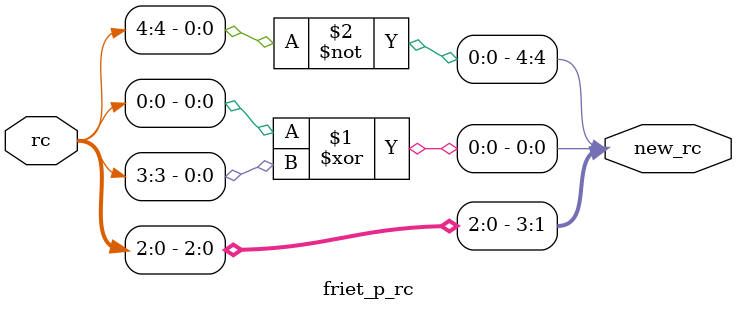
<source format=v>
/**
 Implementation by Pedro Maat C. Massolino,
 hereby denoted as "the implementer".

 To the extent possible under law, the implementer has waived all copyright
 and related or neighboring rights to the source code in this file.
 http://creativecommons.org/publicdomain/zero/1.0/
*/
module friet_p_rc(rc, new_rc);

input [4:0] rc;
output [4:0] new_rc;

assign new_rc[0] = rc[0] ^ rc[3];
assign new_rc[1] = rc[0];
assign new_rc[2] = rc[1];
assign new_rc[3] = rc[2];
assign new_rc[4] = ~rc[4];

endmodule
</source>
